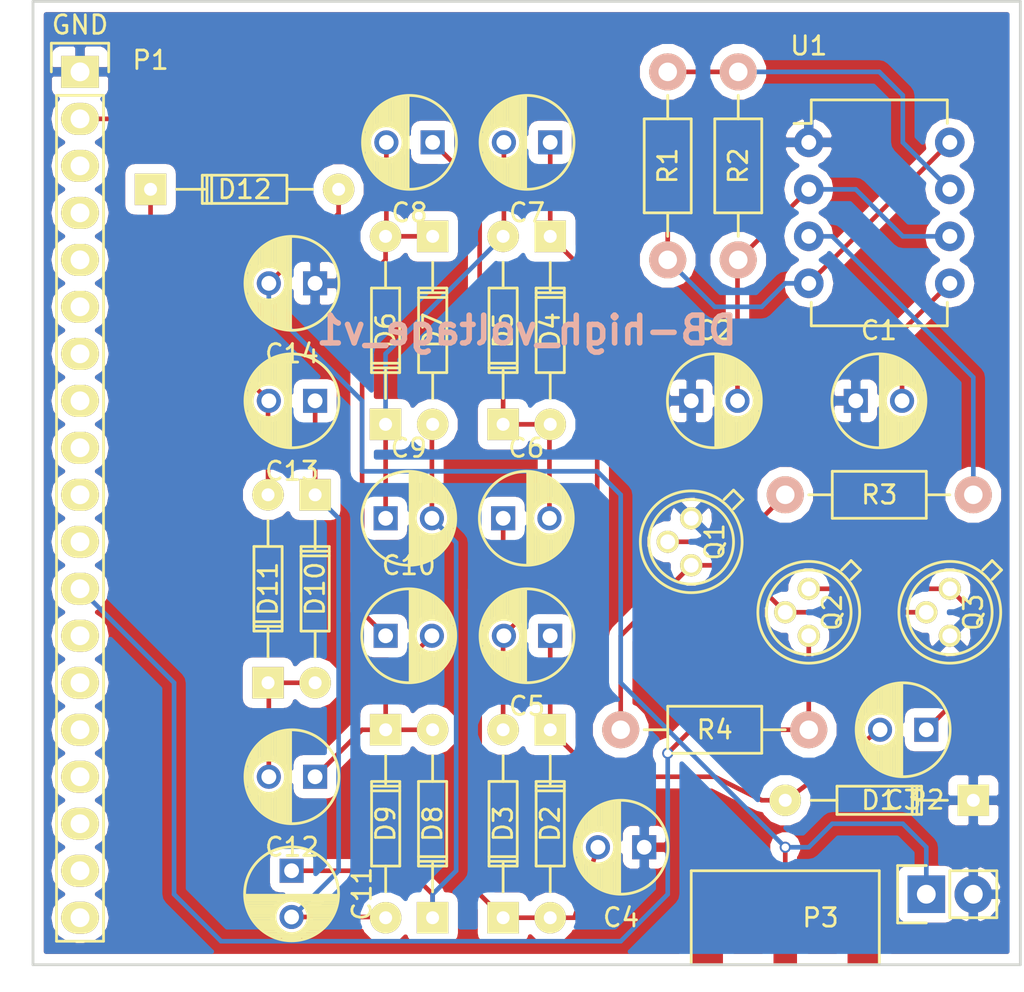
<source format=kicad_pcb>
(kicad_pcb (version 4) (host pcbnew 4.0.4+e1-6308~48~ubuntu16.04.1-stable)
  (layers (0 F.Cu signal) (31 B.Cu signal) (34 B.Paste user) (35 F.Paste user) (36 B.SilkS user) (37 F.SilkS user) (38 B.Mask user) (39 F.Mask user) (44 Edge.Cuts user))
  (net 0 "")
  (net 1 GND)
  (net 2 "Net-(C1-Pad2)")
  (net 3 "Net-(C2-Pad2)")
  (net 4 "Net-(C3-Pad2)")
  (net 5 "Net-(C3-Pad1)")
  (net 6 "Net-(C4-Pad2)")
  (net 7 "Net-(C5-Pad2)")
  (net 8 "Net-(C6-Pad2)")
  (net 9 "Net-(C7-Pad2)")
  (net 10 "Net-(C10-Pad1)")
  (net 11 "Net-(C11-Pad1)")
  (net 12 "Net-(C10-Pad2)")
  (net 13 "Net-(C11-Pad2)")
  (net 14 "Net-(C12-Pad2)")
  (net 15 "Net-(C13-Pad2)")
  (net 16 "Net-(C14-Pad2)")
  (net 17 VCC)
  (net 18 "Net-(P1-Pad12)")
  (net 19 "Net-(Q1-Pad2)")
  (net 20 "Net-(R1-Pad1)")
  (net 21 "Net-(R3-Pad2)")
  (net 22 "Net-(Q1-Pad3)")
  (net 23 "Net-(P1-Pad3)")
  (net 24 "Net-(P1-Pad4)")
  (net 25 "Net-(P1-Pad5)")
  (net 26 "Net-(P1-Pad6)")
  (net 27 "Net-(P1-Pad7)")
  (net 28 "Net-(P1-Pad8)")
  (net 29 "Net-(P1-Pad9)")
  (net 30 "Net-(P1-Pad10)")
  (net 31 "Net-(P1-Pad11)")
  (net 32 "Net-(P1-Pad13)")
  (net 33 "Net-(P1-Pad14)")
  (net 34 "Net-(P1-Pad15)")
  (net 35 "Net-(P1-Pad16)")
  (net 36 "Net-(P1-Pad17)")
  (net 37 "Net-(P1-Pad18)")
  (net 38 "Net-(P1-Pad19)")
  (module Echopen:SMA (layer F.Cu) (at 111.76 81.28)
    (fp_text reference P3 (at 1.905 0) (layer F.SilkS))
    (fp_text value SMA)
    (pad 2 smd rect (at -4.2545 0) (size 1.778 5.08) (layers *.Paste *.Mask F.Cu) (net 1 GND))
    (pad 2 smd rect (at 4.2545 0) (size 1.778 5.08) (layers *.Paste *.Mask F.Cu) (net 1 GND))
    (pad 1 smd rect (at 0 0) (size 1.27 5.08) (layers F.Cu F.Paste F.Mask) (net 16 "Net-(C14-Pad2)"))
  )
  (module Echopen:Header_pin_angled_1x19 (layer F.Cu) (at 73.66 58.42)
    (fp_text reference P1 (at 3.81 -23.495) (layer F.SilkS))
    (fp_text value CONN_01X19)
    (fp_text user GND (at 0 -25.4) (layer F.SilkS))
    (pad 1 thru_hole rect (at 0 -22.86 270) (size 1.7272 2.032) (drill 1.016) (layers *.Cu *.Mask F.SilkS) (net 1 GND))
    (pad 2 thru_hole oval (at 0 -20.32 270) (size 1.7272 2.032) (drill 1.016) (layers *.Cu *.Mask F.SilkS) (net 17 VCC))
    (pad 3 thru_hole oval (at 0 -17.78 270) (size 1.7272 2.032) (drill 1.016) (layers *.Cu *.Mask F.SilkS) (net 23 "Net-(P1-Pad3)"))
    (pad 4 thru_hole oval (at 0 -15.24 270) (size 1.7272 2.032) (drill 1.016) (layers *.Cu *.Mask F.SilkS) (net 24 "Net-(P1-Pad4)"))
    (pad 5 thru_hole oval (at 0 -12.7 270) (size 1.7272 2.032) (drill 1.016) (layers *.Cu *.Mask F.SilkS) (net 25 "Net-(P1-Pad5)"))
    (pad 6 thru_hole oval (at 0 -10.16 270) (size 1.7272 2.032) (drill 1.016) (layers *.Cu *.Mask F.SilkS) (net 26 "Net-(P1-Pad6)"))
    (pad 7 thru_hole oval (at 0 -7.62 270) (size 1.7272 2.032) (drill 1.016) (layers *.Cu *.Mask F.SilkS) (net 27 "Net-(P1-Pad7)"))
    (pad 8 thru_hole oval (at 0 -5.08 270) (size 1.7272 2.032) (drill 1.016) (layers *.Cu *.Mask F.SilkS) (net 28 "Net-(P1-Pad8)"))
    (pad 9 thru_hole oval (at 0 -2.54 270) (size 1.7272 2.032) (drill 1.016) (layers *.Cu *.Mask F.SilkS) (net 29 "Net-(P1-Pad9)"))
    (pad 10 thru_hole oval (at 0 0 270) (size 1.7272 2.032) (drill 1.016) (layers *.Cu *.Mask F.SilkS) (net 30 "Net-(P1-Pad10)"))
    (pad 11 thru_hole oval (at 0 2.54 270) (size 1.7272 2.032) (drill 1.016) (layers *.Cu *.Mask F.SilkS) (net 31 "Net-(P1-Pad11)"))
    (pad 12 thru_hole oval (at 0 5.08 270) (size 1.7272 2.032) (drill 1.016) (layers *.Cu *.Mask F.SilkS) (net 18 "Net-(P1-Pad12)"))
    (pad 13 thru_hole oval (at 0 7.62 270) (size 1.7272 2.032) (drill 1.016) (layers *.Cu *.Mask F.SilkS) (net 32 "Net-(P1-Pad13)"))
    (pad 14 thru_hole oval (at 0 10.16 270) (size 1.7272 2.032) (drill 1.016) (layers *.Cu *.Mask F.SilkS) (net 33 "Net-(P1-Pad14)"))
    (pad 15 thru_hole oval (at 0 12.7 270) (size 1.7272 2.032) (drill 1.016) (layers *.Cu *.Mask F.SilkS) (net 34 "Net-(P1-Pad15)"))
    (pad 16 thru_hole oval (at 0 15.24 270) (size 1.7272 2.032) (drill 1.016) (layers *.Cu *.Mask F.SilkS) (net 35 "Net-(P1-Pad16)"))
    (pad 17 thru_hole oval (at 0 17.78 270) (size 1.7272 2.032) (drill 1.016) (layers *.Cu *.Mask F.SilkS) (net 36 "Net-(P1-Pad17)"))
    (pad 18 thru_hole oval (at 0 20.32 270) (size 1.7272 2.032) (drill 1.016) (layers *.Cu *.Mask F.SilkS) (net 37 "Net-(P1-Pad18)"))
    (pad 19 thru_hole oval (at 0 22.86 270) (size 1.7272 2.032) (drill 1.016) (layers *.Cu *.Mask F.SilkS) (net 38 "Net-(P1-Pad19)"))
  )
  (module Echopen:D_TH_common (layer F.Cu) (at 121.92 74.93 180)
    (fp_text reference D1 (at 5.08 0 180) (layer F.SilkS))
    (fp_text value 1N4148)
    (pad 2 thru_hole circle (at 10.16052 -0.00254) (size 1.69926 1.69926) (drill 0.70104) (layers *.Cu *.Mask F.SilkS) (net 4 "Net-(C3-Pad2)"))
    (pad 1 thru_hole rect (at 0.00052 -0.00254) (size 1.69926 1.69926) (drill 0.70104) (layers *.Cu *.Mask F.SilkS) (net 1 GND))
  )
  (module Echopen:D_TH_common (layer F.Cu) (at 99.06 71.12 270)
    (fp_text reference D2 (at 5.08 0 270) (layer F.SilkS))
    (fp_text value 1N4148)
    (pad 2 thru_hole circle (at 10.16052 -0.00254 90) (size 1.69926 1.69926) (drill 0.70104) (layers *.Cu *.Mask F.SilkS) (net 6 "Net-(C4-Pad2)"))
    (pad 1 thru_hole rect (at 0.00052 -0.00254 90) (size 1.69926 1.69926) (drill 0.70104) (layers *.Cu *.Mask F.SilkS) (net 4 "Net-(C3-Pad2)"))
  )
  (module Echopen:D_TH_common (layer F.Cu) (at 96.52 81.28 90)
    (fp_text reference D3 (at 5.08 0 90) (layer F.SilkS))
    (fp_text value 1N4148)
    (pad 2 thru_hole circle (at 10.16052 -0.00254 270) (size 1.69926 1.69926) (drill 0.70104) (layers *.Cu *.Mask F.SilkS) (net 7 "Net-(C5-Pad2)"))
    (pad 1 thru_hole rect (at 0.00052 -0.00254 270) (size 1.69926 1.69926) (drill 0.70104) (layers *.Cu *.Mask F.SilkS) (net 6 "Net-(C4-Pad2)"))
  )
  (module Echopen:D_TH_common (layer F.Cu) (at 99.06 44.45 270)
    (fp_text reference D4 (at 5.08 0 270) (layer F.SilkS))
    (fp_text value 1N4148)
    (pad 2 thru_hole circle (at 10.16052 -0.00254 90) (size 1.69926 1.69926) (drill 0.70104) (layers *.Cu *.Mask F.SilkS) (net 8 "Net-(C6-Pad2)"))
    (pad 1 thru_hole rect (at 0.00052 -0.00254 90) (size 1.69926 1.69926) (drill 0.70104) (layers *.Cu *.Mask F.SilkS) (net 7 "Net-(C5-Pad2)"))
  )
  (module Echopen:D_TH_common (layer F.Cu) (at 96.52 54.61 90)
    (fp_text reference D5 (at 5.08 0 90) (layer F.SilkS))
    (fp_text value 1N4148)
    (pad 2 thru_hole circle (at 10.16052 -0.00254 270) (size 1.69926 1.69926) (drill 0.70104) (layers *.Cu *.Mask F.SilkS) (net 9 "Net-(C7-Pad2)"))
    (pad 1 thru_hole rect (at 0.00052 -0.00254 270) (size 1.69926 1.69926) (drill 0.70104) (layers *.Cu *.Mask F.SilkS) (net 8 "Net-(C6-Pad2)"))
  )
  (module Echopen:D_TH_common (layer F.Cu) (at 90.17 54.61 90)
    (fp_text reference D6 (at 5.08 0 90) (layer F.SilkS))
    (fp_text value 1N4148)
    (pad 2 thru_hole circle (at 10.16052 -0.00254 270) (size 1.69926 1.69926) (drill 0.70104) (layers *.Cu *.Mask F.SilkS) (net 10 "Net-(C10-Pad1)"))
    (pad 1 thru_hole rect (at 0.00052 -0.00254 270) (size 1.69926 1.69926) (drill 0.70104) (layers *.Cu *.Mask F.SilkS) (net 9 "Net-(C7-Pad2)"))
  )
  (module Echopen:D_TH_common (layer F.Cu) (at 92.71 44.45 270)
    (fp_text reference D7 (at 5.08 0 270) (layer F.SilkS))
    (fp_text value 1N4148)
    (pad 2 thru_hole circle (at 10.16052 -0.00254 90) (size 1.69926 1.69926) (drill 0.70104) (layers *.Cu *.Mask F.SilkS) (net 11 "Net-(C11-Pad1)"))
    (pad 1 thru_hole rect (at 0.00052 -0.00254 90) (size 1.69926 1.69926) (drill 0.70104) (layers *.Cu *.Mask F.SilkS) (net 10 "Net-(C10-Pad1)"))
  )
  (module Echopen:D_TH_common (layer F.Cu) (at 92.71 81.28 90)
    (fp_text reference D8 (at 5.08 0 90) (layer F.SilkS))
    (fp_text value 1N4148)
    (pad 2 thru_hole circle (at 10.16052 -0.00254 270) (size 1.69926 1.69926) (drill 0.70104) (layers *.Cu *.Mask F.SilkS) (net 12 "Net-(C10-Pad2)"))
    (pad 1 thru_hole rect (at 0.00052 -0.00254 270) (size 1.69926 1.69926) (drill 0.70104) (layers *.Cu *.Mask F.SilkS) (net 11 "Net-(C11-Pad1)"))
  )
  (module Echopen:D_TH_common (layer F.Cu) (at 90.17 71.12 270)
    (fp_text reference D9 (at 5.08 0 270) (layer F.SilkS))
    (fp_text value 1N4148)
    (pad 2 thru_hole circle (at 10.16052 -0.00254 90) (size 1.69926 1.69926) (drill 0.70104) (layers *.Cu *.Mask F.SilkS) (net 13 "Net-(C11-Pad2)"))
    (pad 1 thru_hole rect (at 0.00052 -0.00254 90) (size 1.69926 1.69926) (drill 0.70104) (layers *.Cu *.Mask F.SilkS) (net 12 "Net-(C10-Pad2)"))
  )
  (module Echopen:D_TH_common (layer F.Cu) (at 86.36 58.42 270)
    (fp_text reference D10 (at 5.08 0 270) (layer F.SilkS))
    (fp_text value 1N4148)
    (pad 2 thru_hole circle (at 10.16052 -0.00254 90) (size 1.69926 1.69926) (drill 0.70104) (layers *.Cu *.Mask F.SilkS) (net 14 "Net-(C12-Pad2)"))
    (pad 1 thru_hole rect (at 0.00052 -0.00254 90) (size 1.69926 1.69926) (drill 0.70104) (layers *.Cu *.Mask F.SilkS) (net 13 "Net-(C11-Pad2)"))
  )
  (module Echopen:D_TH_common (layer F.Cu) (at 83.82 68.58 90)
    (fp_text reference D11 (at 5.08 0 90) (layer F.SilkS))
    (fp_text value 1N4148)
    (pad 2 thru_hole circle (at 10.16052 -0.00254 270) (size 1.69926 1.69926) (drill 0.70104) (layers *.Cu *.Mask F.SilkS) (net 15 "Net-(C13-Pad2)"))
    (pad 1 thru_hole rect (at 0.00052 -0.00254 270) (size 1.69926 1.69926) (drill 0.70104) (layers *.Cu *.Mask F.SilkS) (net 14 "Net-(C12-Pad2)"))
  )
  (module Echopen:D_TH_common (layer F.Cu) (at 77.47 41.91)
    (fp_text reference D12 (at 5.08 0) (layer F.SilkS))
    (fp_text value 1N4148)
    (pad 2 thru_hole circle (at 10.16052 -0.00254 180) (size 1.69926 1.69926) (drill 0.70104) (layers *.Cu *.Mask F.SilkS) (net 16 "Net-(C14-Pad2)"))
    (pad 1 thru_hole rect (at 0.00052 -0.00254 180) (size 1.69926 1.69926) (drill 0.70104) (layers *.Cu *.Mask F.SilkS) (net 15 "Net-(C13-Pad2)"))
  )
  (module Echopen:Resistor_TH_common (layer F.Cu) (at 105.41 35.56 270)
    (fp_text reference R1 (at 5.08 0 270) (layer F.SilkS))
    (fp_text value 2.2k)
    (pad 1 thru_hole circle (at 0 0 270) (size 1.99898 1.99898) (drill 1.00076) (layers *.Cu *.SilkS *.Mask) (net 20 "Net-(R1-Pad1)"))
    (pad 2 thru_hole circle (at 10.16 0 270) (size 1.99898 1.99898) (drill 1.00076) (layers *.Cu *.SilkS *.Mask) (net 17 VCC))
  )
  (module Echopen:Resistor_TH_common (layer F.Cu) (at 109.22 35.56 270)
    (fp_text reference R2 (at 5.08 0 270) (layer F.SilkS))
    (fp_text value 12k)
    (pad 1 thru_hole circle (at 0 0 270) (size 1.99898 1.99898) (drill 1.00076) (layers *.Cu *.SilkS *.Mask) (net 20 "Net-(R1-Pad1)"))
    (pad 2 thru_hole circle (at 10.16 0 270) (size 1.99898 1.99898) (drill 1.00076) (layers *.Cu *.SilkS *.Mask) (net 3 "Net-(C2-Pad2)"))
  )
  (module Echopen:Resistor_TH_common (layer F.Cu) (at 111.76 58.42)
    (fp_text reference R3 (at 5.08 0) (layer F.SilkS))
    (fp_text value 3.3k)
    (pad 1 thru_hole circle (at 0 0) (size 1.99898 1.99898) (drill 1.00076) (layers *.Cu *.SilkS *.Mask) (net 19 "Net-(Q1-Pad2)"))
    (pad 2 thru_hole circle (at 10.16 0) (size 1.99898 1.99898) (drill 1.00076) (layers *.Cu *.SilkS *.Mask) (net 21 "Net-(R3-Pad2)"))
  )
  (module Echopen:Resistor_TH_common (layer F.Cu) (at 113.03 71.12 180)
    (fp_text reference R4 (at 5.08 0 180) (layer F.SilkS))
    (fp_text value 1.8k)
    (pad 1 thru_hole circle (at 0 0 180) (size 1.99898 1.99898) (drill 1.00076) (layers *.Cu *.SilkS *.Mask) (net 18 "Net-(P1-Pad12)"))
    (pad 2 thru_hole circle (at 10.16 0 180) (size 1.99898 1.99898) (drill 1.00076) (layers *.Cu *.SilkS *.Mask) (net 22 "Net-(Q1-Pad3)"))
  )
  (module Echopen:TO-18_TH_common (layer F.Cu) (at 106.68 60.96 90)
    (fp_text reference Q1 (at 0 1.27 90) (layer F.SilkS))
    (fp_text value 2N2222)
    (pad 1 thru_hole circle (at 1.27 0 90) (size 1.2 1.2) (drill 0.8) (layers *.Cu *.Mask F.SilkS) (net 1 GND))
    (pad 2 thru_hole circle (at 0 -1.27 90) (size 1.2 1.2) (drill 0.8) (layers *.Cu *.Mask F.SilkS) (net 19 "Net-(Q1-Pad2)"))
    (pad 3 thru_hole circle (at -1.27 0 90) (size 1.2 1.2) (drill 0.8) (layers *.Cu *.Mask F.SilkS) (net 22 "Net-(Q1-Pad3)"))
  )
  (module Echopen:TO-18_TH_common (layer F.Cu) (at 120.65 64.77 90)
    (fp_text reference Q3 (at 0 1.27 90) (layer F.SilkS))
    (fp_text value 2N2907)
    (pad 1 thru_hole circle (at 1.27 0 90) (size 1.2 1.2) (drill 0.8) (layers *.Cu *.Mask F.SilkS) (net 5 "Net-(C3-Pad1)"))
    (pad 2 thru_hole circle (at 0 -1.27 90) (size 1.2 1.2) (drill 0.8) (layers *.Cu *.Mask F.SilkS) (net 22 "Net-(Q1-Pad3)"))
    (pad 3 thru_hole circle (at -1.27 0 90) (size 1.2 1.2) (drill 0.8) (layers *.Cu *.Mask F.SilkS) (net 1 GND))
  )
  (module Echopen:TO-18_TH_common (layer F.Cu) (at 113.03 64.77 90)
    (fp_text reference Q2 (at 0 1.27 90) (layer F.SilkS))
    (fp_text value 2N2222)
    (pad 1 thru_hole circle (at 1.27 0 90) (size 1.2 1.2) (drill 0.8) (layers *.Cu *.Mask F.SilkS) (net 5 "Net-(C3-Pad1)"))
    (pad 2 thru_hole circle (at 0 -1.27 90) (size 1.2 1.2) (drill 0.8) (layers *.Cu *.Mask F.SilkS) (net 22 "Net-(Q1-Pad3)"))
    (pad 3 thru_hole circle (at -1.27 0 90) (size 1.2 1.2) (drill 0.8) (layers *.Cu *.Mask F.SilkS) (net 18 "Net-(P1-Pad12)"))
  )
  (module Echopen:CP_small_TH_echopen (layer F.Cu) (at 92.71 39.37 180)
    (fp_text reference C8 (at 1.25 -3.8 180) (layer F.SilkS))
    (fp_text value 4.7u)
    (pad 1 thru_hole rect (at 0 0 180) (size 1.3 1.3) (drill 0.8) (layers *.Cu *.Mask) (net 8 "Net-(C6-Pad2)"))
    (pad 2 thru_hole circle (at 2.5 0 180) (size 1.3 1.3) (drill 0.8) (layers *.Cu *.Mask) (net 10 "Net-(C10-Pad1)"))
  )
  (module Echopen:CP_small_TH_echopen (layer F.Cu) (at 115.57 53.34)
    (fp_text reference C1 (at 1.25 -3.8) (layer F.SilkS))
    (fp_text value 10n)
    (pad 1 thru_hole rect (at 0 0) (size 1.3 1.3) (drill 0.8) (layers *.Cu *.Mask) (net 1 GND))
    (pad 2 thru_hole circle (at 2.5 0) (size 1.3 1.3) (drill 0.8) (layers *.Cu *.Mask) (net 2 "Net-(C1-Pad2)"))
  )
  (module Echopen:CP_small_TH_echopen (layer F.Cu) (at 106.68 53.34)
    (fp_text reference C2 (at 1.25 -3.8) (layer F.SilkS))
    (fp_text value 47n)
    (pad 1 thru_hole rect (at 0 0) (size 1.3 1.3) (drill 0.8) (layers *.Cu *.Mask) (net 1 GND))
    (pad 2 thru_hole circle (at 2.5 0) (size 1.3 1.3) (drill 0.8) (layers *.Cu *.Mask) (net 3 "Net-(C2-Pad2)"))
  )
  (module Echopen:CP_small_TH_echopen (layer F.Cu) (at 119.38 71.12 180)
    (fp_text reference C3 (at 1.25 -3.8 180) (layer F.SilkS))
    (fp_text value 47u)
    (pad 1 thru_hole rect (at 0 0 180) (size 1.3 1.3) (drill 0.8) (layers *.Cu *.Mask) (net 5 "Net-(C3-Pad1)"))
    (pad 2 thru_hole circle (at 2.5 0 180) (size 1.3 1.3) (drill 0.8) (layers *.Cu *.Mask) (net 4 "Net-(C3-Pad2)"))
  )
  (module Echopen:CP_small_TH_echopen (layer F.Cu) (at 104.14 77.47 180)
    (fp_text reference C4 (at 1.25 -3.8 180) (layer F.SilkS))
    (fp_text value 4.7u)
    (pad 1 thru_hole rect (at 0 0 180) (size 1.3 1.3) (drill 0.8) (layers *.Cu *.Mask) (net 1 GND))
    (pad 2 thru_hole circle (at 2.5 0 180) (size 1.3 1.3) (drill 0.8) (layers *.Cu *.Mask) (net 6 "Net-(C4-Pad2)"))
  )
  (module Echopen:CP_small_TH_echopen (layer F.Cu) (at 99.06 66.04 180)
    (fp_text reference C5 (at 1.25 -3.8 180) (layer F.SilkS))
    (fp_text value 4.7u)
    (pad 1 thru_hole rect (at 0 0 180) (size 1.3 1.3) (drill 0.8) (layers *.Cu *.Mask) (net 4 "Net-(C3-Pad2)"))
    (pad 2 thru_hole circle (at 2.5 0 180) (size 1.3 1.3) (drill 0.8) (layers *.Cu *.Mask) (net 7 "Net-(C5-Pad2)"))
  )
  (module Echopen:CP_small_TH_echopen (layer F.Cu) (at 96.52 59.69)
    (fp_text reference C6 (at 1.25 -3.8) (layer F.SilkS))
    (fp_text value 4.7u)
    (pad 1 thru_hole rect (at 0 0) (size 1.3 1.3) (drill 0.8) (layers *.Cu *.Mask) (net 6 "Net-(C4-Pad2)"))
    (pad 2 thru_hole circle (at 2.5 0) (size 1.3 1.3) (drill 0.8) (layers *.Cu *.Mask) (net 8 "Net-(C6-Pad2)"))
  )
  (module Echopen:CP_small_TH_echopen (layer F.Cu) (at 99.06 39.37 180)
    (fp_text reference C7 (at 1.25 -3.8 180) (layer F.SilkS))
    (fp_text value 4.7u)
    (pad 1 thru_hole rect (at 0 0 180) (size 1.3 1.3) (drill 0.8) (layers *.Cu *.Mask) (net 7 "Net-(C5-Pad2)"))
    (pad 2 thru_hole circle (at 2.5 0 180) (size 1.3 1.3) (drill 0.8) (layers *.Cu *.Mask) (net 9 "Net-(C7-Pad2)"))
  )
  (module Echopen:CP_small_TH_echopen (layer F.Cu) (at 90.17 59.69)
    (fp_text reference C9 (at 1.25 -3.8) (layer F.SilkS))
    (fp_text value 4.7u)
    (pad 1 thru_hole rect (at 0 0) (size 1.3 1.3) (drill 0.8) (layers *.Cu *.Mask) (net 9 "Net-(C7-Pad2)"))
    (pad 2 thru_hole circle (at 2.5 0) (size 1.3 1.3) (drill 0.8) (layers *.Cu *.Mask) (net 11 "Net-(C11-Pad1)"))
  )
  (module Echopen:CP_small_TH_echopen (layer F.Cu) (at 90.17 66.04)
    (fp_text reference C10 (at 1.25 -3.8) (layer F.SilkS))
    (fp_text value 4.7u)
    (pad 1 thru_hole rect (at 0 0) (size 1.3 1.3) (drill 0.8) (layers *.Cu *.Mask) (net 10 "Net-(C10-Pad1)"))
    (pad 2 thru_hole circle (at 2.5 0) (size 1.3 1.3) (drill 0.8) (layers *.Cu *.Mask) (net 12 "Net-(C10-Pad2)"))
  )
  (module Echopen:CP_small_TH_echopen (layer F.Cu) (at 85.09 78.74 270)
    (fp_text reference C11 (at 1.25 -3.8 270) (layer F.SilkS))
    (fp_text value 4.7u)
    (pad 1 thru_hole rect (at 0 0 270) (size 1.3 1.3) (drill 0.8) (layers *.Cu *.Mask) (net 11 "Net-(C11-Pad1)"))
    (pad 2 thru_hole circle (at 2.5 0 270) (size 1.3 1.3) (drill 0.8) (layers *.Cu *.Mask) (net 13 "Net-(C11-Pad2)"))
  )
  (module Echopen:CP_small_TH_echopen (layer F.Cu) (at 86.36 73.66 180)
    (fp_text reference C12 (at 1.25 -3.8 180) (layer F.SilkS))
    (fp_text value 4.7u)
    (pad 1 thru_hole rect (at 0 0 180) (size 1.3 1.3) (drill 0.8) (layers *.Cu *.Mask) (net 12 "Net-(C10-Pad2)"))
    (pad 2 thru_hole circle (at 2.5 0 180) (size 1.3 1.3) (drill 0.8) (layers *.Cu *.Mask) (net 14 "Net-(C12-Pad2)"))
  )
  (module Echopen:CP_small_TH_echopen (layer F.Cu) (at 86.36 53.34 180)
    (fp_text reference C13 (at 1.25 -3.8 180) (layer F.SilkS))
    (fp_text value 4.7u)
    (pad 1 thru_hole rect (at 0 0 180) (size 1.3 1.3) (drill 0.8) (layers *.Cu *.Mask) (net 13 "Net-(C11-Pad2)"))
    (pad 2 thru_hole circle (at 2.5 0 180) (size 1.3 1.3) (drill 0.8) (layers *.Cu *.Mask) (net 15 "Net-(C13-Pad2)"))
  )
  (module Echopen:CP_small_TH_echopen (layer F.Cu) (at 86.36 46.99 180)
    (fp_text reference C14 (at 1.25 -3.8 180) (layer F.SilkS))
    (fp_text value 4.7u)
    (pad 1 thru_hole rect (at 0 0 180) (size 1.3 1.3) (drill 0.8) (layers *.Cu *.Mask) (net 1 GND))
    (pad 2 thru_hole circle (at 2.5 0 180) (size 1.3 1.3) (drill 0.8) (layers *.Cu *.Mask) (net 16 "Net-(C14-Pad2)"))
  )
  (module Echopen:Socket_1x02 (layer F.Cu) (at 119.38 80.01)
    (fp_text reference P2 (at 0 -5.1) (layer F.SilkS))
    (fp_text value CONN_01X02)
    (pad 1 thru_hole rect (at 0 0) (size 2.032 2.032) (drill 1.016) (layers *.Cu *.Mask) (net 16 "Net-(C14-Pad2)"))
    (pad 2 thru_hole oval (at 2.54 0) (size 2.032 2.032) (drill 1.016) (layers *.Cu *.Mask) (net 1 GND))
  )
  (module "Echopen:DIP-8(LM555)" (layer F.Cu) (at 113.03 39.37)
    (fp_text reference U1 (at 0 -5.22) (layer F.SilkS))
    (fp_text value LM555N)
    (pad 1 thru_hole oval (at 0 0) (size 1.6 1.6) (drill 0.8) (layers *.Cu *.Mask) (net 1 GND))
    (pad 2 thru_hole oval (at 0 2.54) (size 1.6 1.6) (drill 0.8) (layers *.Cu *.Mask) (net 3 "Net-(C2-Pad2)"))
    (pad 3 thru_hole oval (at 0 5.08) (size 1.6 1.6) (drill 0.8) (layers *.Cu *.Mask) (net 21 "Net-(R3-Pad2)"))
    (pad 4 thru_hole oval (at 0 7.62) (size 1.6 1.6) (drill 0.8) (layers *.Cu *.Mask) (net 17 VCC))
    (pad 5 thru_hole oval (at 7.62 7.62) (size 1.6 1.6) (drill 0.8) (layers *.Cu *.Mask) (net 2 "Net-(C1-Pad2)"))
    (pad 6 thru_hole oval (at 7.62 5.08) (size 1.6 1.6) (drill 0.8) (layers *.Cu *.Mask) (net 3 "Net-(C2-Pad2)"))
    (pad 7 thru_hole oval (at 7.62 2.54) (size 1.6 1.6) (drill 0.8) (layers *.Cu *.Mask) (net 20 "Net-(R1-Pad1)"))
    (pad 8 thru_hole oval (at 7.62 0) (size 1.6 1.6) (drill 0.8) (layers *.Cu *.Mask) (net 17 VCC))
  )
  (gr_text DB-high_voltage_v1 (at 97.79 49.53) (layer B.SilkS) (effects (font (size 1.5 1.5) (thickness 0.3)) (justify mirror)))
  (gr_line (start 124.46 31.75) (end 71.12 31.75) (angle 90) (layer Edge.Cuts) (width 0.15))
  (gr_line (start 124.46 83.82) (end 124.46 31.75) (angle 90) (layer Edge.Cuts) (width 0.15))
  (gr_line (start 71.12 83.82) (end 124.46 83.82) (angle 90) (layer Edge.Cuts) (width 0.15))
  (gr_line (start 71.12 31.75) (end 71.12 83.82) (angle 90) (layer Edge.Cuts) (width 0.15))
  (segment (start 118.07 53.34) (end 118.07 49.57) (width 0.25) (layer F.Cu) (net 2))
  (segment (start 118.07 49.57) (end 120.65 46.99) (width 0.25) (layer F.Cu) (net 2))
  (segment (start 109.18 53.34) (end 109.18 45.76) (width 0.25) (layer F.Cu) (net 3))
  (segment (start 109.18 45.76) (end 109.22 45.72) (width 0.25) (layer F.Cu) (net 3))
  (segment (start 109.22 45.72) (end 113.03 41.91) (width 0.25) (layer F.Cu) (net 3))
  (segment (start 120.65 44.45) (end 118.11 44.45) (width 0.25) (layer B.Cu) (net 3))
  (segment (start 115.57 41.91) (end 113.03 41.91) (width 0.25) (layer B.Cu) (net 3))
  (segment (start 118.11 44.45) (end 115.57 41.91) (width 0.25) (layer B.Cu) (net 3))
  (segment (start 99.06254 71.12052) (end 99.06254 66.04254) (width 0.25) (layer F.Cu) (net 4))
  (segment (start 99.06254 66.04254) (end 99.06 66.04) (width 0.25) (layer F.Cu) (net 4))
  (segment (start 111.75948 74.93254) (end 110.49 74.93) (width 0.25) (layer F.Cu) (net 4))
  (segment (start 101.60202 73.66) (end 99.06254 71.12052) (width 0.25) (layer F.Cu) (net 4))
  (segment (start 107.95 73.66) (end 101.60202 73.66) (width 0.25) (layer F.Cu) (net 4))
  (segment (start 110.49 74.93) (end 107.95 73.66) (width 0.25) (layer F.Cu) (net 4))
  (segment (start 111.75948 74.93254) (end 111.79746 74.93254) (width 0.25) (layer F.Cu) (net 4))
  (segment (start 111.79746 74.93254) (end 116.88 71.12) (width 0.25) (layer F.Cu) (net 4))
  (segment (start 120.65 63.5) (end 123.19 66.04) (width 0.25) (layer F.Cu) (net 5))
  (segment (start 123.19 67.31) (end 119.38 71.12) (width 0.25) (layer F.Cu) (net 5))
  (segment (start 123.19 66.04) (end 123.19 67.31) (width 0.25) (layer F.Cu) (net 5))
  (segment (start 113.03 63.5) (end 120.65 63.5) (width 0.25) (layer F.Cu) (net 5))
  (segment (start 96.52 59.69) (end 96.52 62.23) (width 0.25) (layer F.Cu) (net 6))
  (segment (start 95.25 80.01202) (end 96.51746 81.27948) (width 0.25) (layer F.Cu) (net 6))
  (segment (start 95.25 63.5) (end 95.25 80.01202) (width 0.25) (layer F.Cu) (net 6))
  (segment (start 96.52 62.23) (end 95.25 63.5) (width 0.25) (layer F.Cu) (net 6))
  (segment (start 96.51746 81.27948) (end 99.0615 81.27948) (width 0.25) (layer F.Cu) (net 6))
  (segment (start 99.0615 81.27948) (end 99.06254 81.28052) (width 0.25) (layer F.Cu) (net 6))
  (segment (start 99.06254 81.28052) (end 100.36948 81.28052) (width 0.25) (layer F.Cu) (net 6))
  (segment (start 100.36948 81.28052) (end 101.64 77.47) (width 0.25) (layer F.Cu) (net 6))
  (segment (start 99.06254 44.45052) (end 99.06254 39.37254) (width 0.25) (layer F.Cu) (net 7))
  (segment (start 99.06254 39.37254) (end 99.06 39.37) (width 0.25) (layer F.Cu) (net 7))
  (segment (start 96.56 66.04) (end 96.56 66) (width 0.25) (layer F.Cu) (net 7))
  (segment (start 96.56 66) (end 101.6 60.96) (width 0.25) (layer F.Cu) (net 7))
  (segment (start 101.6 46.99) (end 99.06254 44.45254) (width 0.25) (layer F.Cu) (net 7))
  (segment (start 101.6 60.96) (end 101.6 46.99) (width 0.25) (layer F.Cu) (net 7))
  (segment (start 99.06254 44.45254) (end 99.06254 44.45052) (width 0.25) (layer F.Cu) (net 7))
  (segment (start 96.51746 71.11948) (end 96.51746 66.08254) (width 0.25) (layer F.Cu) (net 7))
  (segment (start 96.51746 66.08254) (end 96.56 66.04) (width 0.25) (layer F.Cu) (net 7))
  (segment (start 96.51746 54.60948) (end 96.51746 49.52746) (width 0.25) (layer F.Cu) (net 8))
  (segment (start 95.25 41.91) (end 92.71 39.37) (width 0.25) (layer F.Cu) (net 8))
  (segment (start 95.25 48.26) (end 95.25 41.91) (width 0.25) (layer F.Cu) (net 8))
  (segment (start 96.51746 49.52746) (end 95.25 48.26) (width 0.25) (layer F.Cu) (net 8))
  (segment (start 99.06254 54.61052) (end 96.5185 54.61052) (width 0.25) (layer F.Cu) (net 8))
  (segment (start 96.5185 54.61052) (end 96.51746 54.60948) (width 0.25) (layer F.Cu) (net 8))
  (segment (start 99.02 59.69) (end 99.02 54.65306) (width 0.25) (layer F.Cu) (net 8))
  (segment (start 99.02 54.65306) (end 99.06254 54.61052) (width 0.25) (layer F.Cu) (net 8))
  (segment (start 90.17 59.69) (end 90.17 54.61202) (width 0.25) (layer F.Cu) (net 9))
  (segment (start 90.17 54.61202) (end 90.16746 54.60948) (width 0.25) (layer F.Cu) (net 9))
  (segment (start 90.16746 54.60948) (end 90.16746 50.79948) (width 0.25) (layer B.Cu) (net 9))
  (segment (start 90.16746 50.79948) (end 96.51746 44.44948) (width 0.25) (layer B.Cu) (net 9))
  (segment (start 96.56 39.37) (end 96.56 44.40694) (width 0.25) (layer F.Cu) (net 9))
  (segment (start 96.56 44.40694) (end 96.51746 44.44948) (width 0.25) (layer F.Cu) (net 9))
  (segment (start 90.16746 44.44948) (end 90.16746 45.72254) (width 0.25) (layer F.Cu) (net 10))
  (segment (start 88.9 64.77) (end 90.17 66.04) (width 0.25) (layer F.Cu) (net 10))
  (segment (start 88.9 46.99) (end 88.9 64.77) (width 0.25) (layer F.Cu) (net 10))
  (segment (start 90.16746 45.72254) (end 88.9 46.99) (width 0.25) (layer F.Cu) (net 10))
  (segment (start 90.16746 44.44948) (end 92.7115 44.44948) (width 0.25) (layer F.Cu) (net 10))
  (segment (start 92.7115 44.44948) (end 92.71254 44.45052) (width 0.25) (layer F.Cu) (net 10))
  (segment (start 90.21 39.37) (end 90.21 44.40694) (width 0.25) (layer F.Cu) (net 10))
  (segment (start 90.21 44.40694) (end 90.16746 44.44948) (width 0.25) (layer F.Cu) (net 10))
  (segment (start 85.09 78.74) (end 91.44 78.74) (width 0.25) (layer F.Cu) (net 11))
  (segment (start 92.70746 80.00746) (end 92.70746 81.27948) (width 0.25) (layer F.Cu) (net 11))
  (segment (start 91.44 78.74) (end 92.70746 80.00746) (width 0.25) (layer F.Cu) (net 11))
  (segment (start 92.70746 81.27948) (end 92.70746 80.01254) (width 0.25) (layer B.Cu) (net 11))
  (segment (start 93.98 61) (end 92.67 59.69) (width 0.25) (layer B.Cu) (net 11))
  (segment (start 93.98 78.74) (end 93.98 61) (width 0.25) (layer B.Cu) (net 11))
  (segment (start 92.70746 80.01254) (end 93.98 78.74) (width 0.25) (layer B.Cu) (net 11))
  (segment (start 92.67 59.69) (end 92.67 54.65306) (width 0.25) (layer F.Cu) (net 11))
  (segment (start 92.67 54.65306) (end 92.71254 54.61052) (width 0.25) (layer F.Cu) (net 11))
  (segment (start 90.17254 71.12052) (end 88.89948 71.12052) (width 0.25) (layer F.Cu) (net 12))
  (segment (start 88.89948 71.12052) (end 86.36 73.66) (width 0.25) (layer F.Cu) (net 12))
  (segment (start 90.17254 71.12052) (end 92.70642 71.12052) (width 0.25) (layer F.Cu) (net 12))
  (segment (start 92.70642 71.12052) (end 92.70746 71.11948) (width 0.25) (layer F.Cu) (net 12))
  (segment (start 90.17254 71.12052) (end 90.17254 68.53746) (width 0.25) (layer F.Cu) (net 12))
  (segment (start 90.17254 68.53746) (end 92.67 66.04) (width 0.25) (layer F.Cu) (net 12))
  (segment (start 86.36254 58.42052) (end 86.36254 53.34254) (width 0.25) (layer F.Cu) (net 13))
  (segment (start 86.36254 53.34254) (end 86.36 53.34) (width 0.25) (layer F.Cu) (net 13))
  (segment (start 85.09 81.24) (end 85.13 81.24) (width 0.25) (layer B.Cu) (net 13))
  (segment (start 85.13 81.24) (end 87.63 78.74) (width 0.25) (layer B.Cu) (net 13))
  (segment (start 87.63 59.68798) (end 86.36254 58.42052) (width 0.25) (layer B.Cu) (net 13))
  (segment (start 87.63 78.74) (end 87.63 59.68798) (width 0.25) (layer B.Cu) (net 13))
  (segment (start 85.09 81.24) (end 90.13202 81.24) (width 0.25) (layer F.Cu) (net 13))
  (segment (start 90.13202 81.24) (end 90.17254 81.28052) (width 0.25) (layer F.Cu) (net 13))
  (segment (start 83.81746 68.57948) (end 86.3615 68.57948) (width 0.25) (layer F.Cu) (net 14))
  (segment (start 86.3615 68.57948) (end 86.36254 68.58052) (width 0.25) (layer F.Cu) (net 14))
  (segment (start 83.86 73.66) (end 83.86 68.62202) (width 0.25) (layer F.Cu) (net 14))
  (segment (start 83.86 68.62202) (end 83.81746 68.57948) (width 0.25) (layer F.Cu) (net 14))
  (segment (start 77.47052 41.90746) (end 77.47052 46.95052) (width 0.25) (layer F.Cu) (net 15))
  (segment (start 77.47052 46.95052) (end 83.86 53.34) (width 0.25) (layer F.Cu) (net 15))
  (segment (start 83.81746 58.41948) (end 83.81746 53.38254) (width 0.25) (layer F.Cu) (net 15))
  (segment (start 83.81746 53.38254) (end 83.86 53.34) (width 0.25) (layer F.Cu) (net 15))
  (segment (start 111.76 77.47) (end 111.76 81.28) (width 0.25) (layer F.Cu) (net 16))
  (via (at 111.76 77.47) (size 0.6) (drill 0.4) (layers F.Cu B.Cu) (net 16))
  (segment (start 83.86 46.99) (end 83.86 48.3) (width 0.25) (layer B.Cu) (net 16))
  (segment (start 119.38 77.47) (end 119.38 80.01) (width 0.25) (layer B.Cu) (net 16))
  (segment (start 118.11 76.2) (end 119.38 77.47) (width 0.25) (layer B.Cu) (net 16))
  (segment (start 114.3 76.2) (end 118.11 76.2) (width 0.25) (layer B.Cu) (net 16))
  (segment (start 113.03 77.47) (end 114.3 76.2) (width 0.25) (layer B.Cu) (net 16))
  (segment (start 111.76 77.47) (end 113.03 77.47) (width 0.25) (layer B.Cu) (net 16))
  (segment (start 102.87 68.58) (end 111.76 77.47) (width 0.25) (layer B.Cu) (net 16))
  (segment (start 102.87 58.42) (end 102.87 68.58) (width 0.25) (layer B.Cu) (net 16))
  (segment (start 101.6 57.15) (end 102.87 58.42) (width 0.25) (layer B.Cu) (net 16))
  (segment (start 88.9 57.15) (end 101.6 57.15) (width 0.25) (layer B.Cu) (net 16))
  (segment (start 88.9 53.34) (end 88.9 57.15) (width 0.25) (layer B.Cu) (net 16))
  (segment (start 83.86 48.3) (end 88.9 53.34) (width 0.25) (layer B.Cu) (net 16))
  (segment (start 83.86 46.99) (end 83.86 47.03) (width 0.25) (layer B.Cu) (net 16))
  (segment (start 87.63052 41.90746) (end 87.63052 43.21948) (width 0.25) (layer F.Cu) (net 16))
  (segment (start 87.63052 43.21948) (end 83.86 46.99) (width 0.25) (layer F.Cu) (net 16))
  (segment (start 73.66 38.1) (end 85.09 38.1) (width 0.25) (layer F.Cu) (net 17))
  (segment (start 105.41 41.91) (end 105.41 45.72) (width 0.25) (layer F.Cu) (net 17))
  (segment (start 100.33 36.83) (end 105.41 41.91) (width 0.25) (layer F.Cu) (net 17))
  (segment (start 86.36 36.83) (end 100.33 36.83) (width 0.25) (layer F.Cu) (net 17))
  (segment (start 85.09 38.1) (end 86.36 36.83) (width 0.25) (layer F.Cu) (net 17))
  (segment (start 113.03 46.99) (end 111.76 46.99) (width 0.25) (layer B.Cu) (net 17))
  (segment (start 107.95 48.26) (end 105.41 45.72) (width 0.25) (layer B.Cu) (net 17))
  (segment (start 110.49 48.26) (end 107.95 48.26) (width 0.25) (layer B.Cu) (net 17))
  (segment (start 111.76 46.99) (end 110.49 48.26) (width 0.25) (layer B.Cu) (net 17))
  (segment (start 113.03 46.99) (end 120.65 39.37) (width 0.25) (layer F.Cu) (net 17))
  (segment (start 113.03 71.12) (end 106.68 71.12) (width 0.25) (layer F.Cu) (net 18))
  (segment (start 78.74 68.58) (end 73.66 63.5) (width 0.25) (layer B.Cu) (net 18))
  (segment (start 78.74 80.01) (end 78.74 68.58) (width 0.25) (layer B.Cu) (net 18))
  (segment (start 81.28 82.55) (end 78.74 80.01) (width 0.25) (layer B.Cu) (net 18))
  (segment (start 102.87 82.55) (end 81.28 82.55) (width 0.25) (layer B.Cu) (net 18))
  (segment (start 105.41 80.01) (end 102.87 82.55) (width 0.25) (layer B.Cu) (net 18))
  (segment (start 105.41 72.39) (end 105.41 80.01) (width 0.25) (layer B.Cu) (net 18))
  (via (at 105.41 72.39) (size 0.6) (drill 0.4) (layers F.Cu B.Cu) (net 18))
  (segment (start 106.68 71.12) (end 105.41 72.39) (width 0.25) (layer F.Cu) (net 18))
  (segment (start 113.03 71.12) (end 113.03 66.04) (width 0.25) (layer F.Cu) (net 18))
  (segment (start 105.41 60.96) (end 109.22 60.96) (width 0.25) (layer F.Cu) (net 19))
  (segment (start 109.22 60.96) (end 111.76 58.42) (width 0.25) (layer F.Cu) (net 19))
  (segment (start 109.22 35.56) (end 116.84 35.56) (width 0.25) (layer B.Cu) (net 20))
  (segment (start 118.11 39.37) (end 120.65 41.91) (width 0.25) (layer B.Cu) (net 20))
  (segment (start 118.11 36.83) (end 118.11 39.37) (width 0.25) (layer B.Cu) (net 20))
  (segment (start 116.84 35.56) (end 118.11 36.83) (width 0.25) (layer B.Cu) (net 20))
  (segment (start 105.41 35.56) (end 109.22 35.56) (width 0.25) (layer F.Cu) (net 20))
  (segment (start 113.03 44.45) (end 114.3 44.45) (width 0.25) (layer B.Cu) (net 21))
  (segment (start 121.92 52.07) (end 121.92 58.42) (width 0.25) (layer B.Cu) (net 21))
  (segment (start 114.3 44.45) (end 121.92 52.07) (width 0.25) (layer B.Cu) (net 21))
  (segment (start 111.76 64.77) (end 119.38 64.77) (width 0.25) (layer F.Cu) (net 22))
  (segment (start 106.68 62.23) (end 109.22 62.23) (width 0.25) (layer F.Cu) (net 22))
  (segment (start 109.22 62.23) (end 111.76 64.77) (width 0.25) (layer F.Cu) (net 22))
  (segment (start 102.87 71.12) (end 102.87 66.04) (width 0.25) (layer F.Cu) (net 22))
  (segment (start 102.87 66.04) (end 106.68 62.23) (width 0.25) (layer F.Cu) (net 22))
  (zone (net 1) (net_name GND) (layer F.Cu) (connect_pads (clearance 0.508)) (min_thickness 0.254) (fill yes (arc_segments 16) (thermal_gap 0.508) (thermal_bridge_width 0.508))
    (polygon (pts (xy 124.46 83.82) (xy 71.12 83.82) (xy 71.12 31.75) (xy 124.46 31.75)))
  )
  (zone (net 1) (net_name GND) (layer B.Cu) (connect_pads (clearance 0.508)) (min_thickness 0.254) (fill yes (arc_segments 16) (thermal_gap 0.508) (thermal_bridge_width 0.508))
    (polygon (pts (xy 124.46 83.82) (xy 71.12 83.82) (xy 71.12 31.75) (xy 124.46 31.75)))
  )
)
</source>
